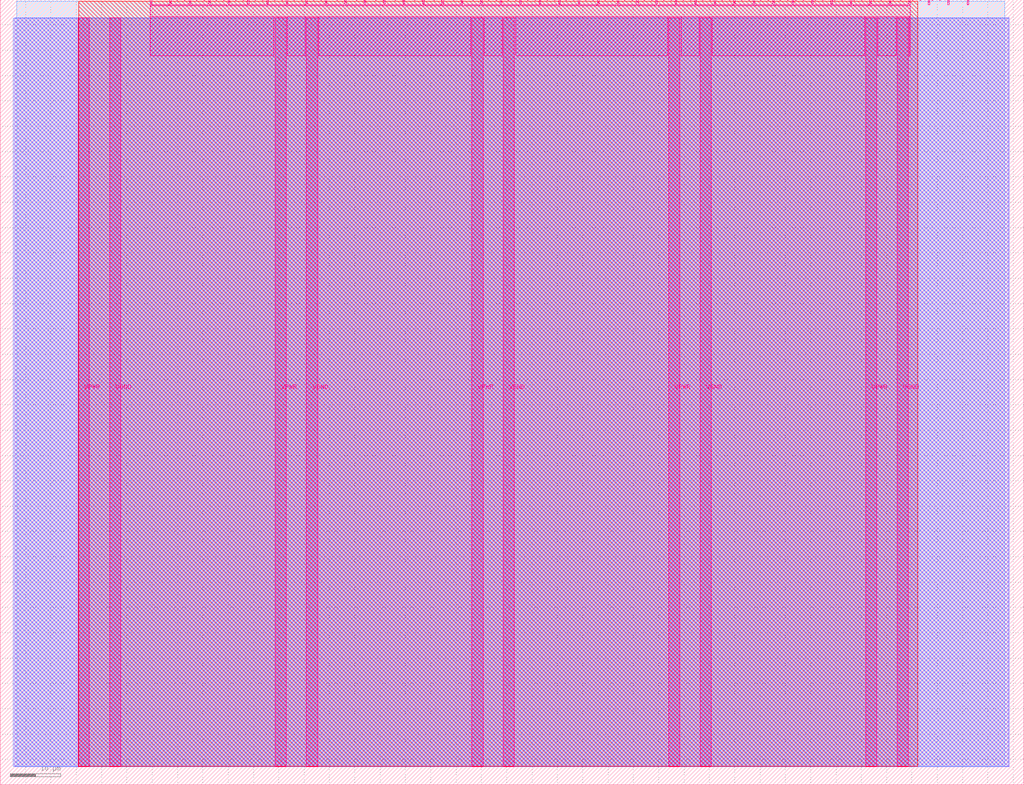
<source format=lef>
VERSION 5.7 ;
  NOWIREEXTENSIONATPIN ON ;
  DIVIDERCHAR "/" ;
  BUSBITCHARS "[]" ;
MACRO tt_um_urish_giant_ringosc
  CLASS BLOCK ;
  FOREIGN tt_um_urish_giant_ringosc ;
  ORIGIN 0.000 0.000 ;
  SIZE 202.080 BY 154.980 ;
  PIN VGND
    DIRECTION INOUT ;
    USE GROUND ;
    PORT
      LAYER Metal5 ;
        RECT 21.580 3.560 23.780 151.420 ;
    END
    PORT
      LAYER Metal5 ;
        RECT 60.450 3.560 62.650 151.420 ;
    END
    PORT
      LAYER Metal5 ;
        RECT 99.320 3.560 101.520 151.420 ;
    END
    PORT
      LAYER Metal5 ;
        RECT 138.190 3.560 140.390 151.420 ;
    END
    PORT
      LAYER Metal5 ;
        RECT 177.060 3.560 179.260 151.420 ;
    END
  END VGND
  PIN VPWR
    DIRECTION INOUT ;
    USE POWER ;
    PORT
      LAYER Metal5 ;
        RECT 15.380 3.560 17.580 151.420 ;
    END
    PORT
      LAYER Metal5 ;
        RECT 54.250 3.560 56.450 151.420 ;
    END
    PORT
      LAYER Metal5 ;
        RECT 93.120 3.560 95.320 151.420 ;
    END
    PORT
      LAYER Metal5 ;
        RECT 131.990 3.560 134.190 151.420 ;
    END
    PORT
      LAYER Metal5 ;
        RECT 170.860 3.560 173.060 151.420 ;
    END
  END VPWR
  PIN clk
    DIRECTION INPUT ;
    USE SIGNAL ;
    PORT
      LAYER Metal5 ;
        RECT 187.050 153.980 187.350 154.980 ;
    END
  END clk
  PIN ena
    DIRECTION INPUT ;
    USE SIGNAL ;
    PORT
      LAYER Metal5 ;
        RECT 190.890 153.980 191.190 154.980 ;
    END
  END ena
  PIN rst_n
    DIRECTION INPUT ;
    USE SIGNAL ;
    PORT
      LAYER Metal5 ;
        RECT 183.210 153.980 183.510 154.980 ;
    END
  END rst_n
  PIN ui_in[0]
    DIRECTION INPUT ;
    USE SIGNAL ;
    ANTENNAGATEAREA 0.180700 ;
    PORT
      LAYER Metal5 ;
        RECT 179.370 153.980 179.670 154.980 ;
    END
  END ui_in[0]
  PIN ui_in[1]
    DIRECTION INPUT ;
    USE SIGNAL ;
    ANTENNAGATEAREA 0.180700 ;
    PORT
      LAYER Metal5 ;
        RECT 175.530 153.980 175.830 154.980 ;
    END
  END ui_in[1]
  PIN ui_in[2]
    DIRECTION INPUT ;
    USE SIGNAL ;
    PORT
      LAYER Metal5 ;
        RECT 171.690 153.980 171.990 154.980 ;
    END
  END ui_in[2]
  PIN ui_in[3]
    DIRECTION INPUT ;
    USE SIGNAL ;
    PORT
      LAYER Metal5 ;
        RECT 167.850 153.980 168.150 154.980 ;
    END
  END ui_in[3]
  PIN ui_in[4]
    DIRECTION INPUT ;
    USE SIGNAL ;
    PORT
      LAYER Metal5 ;
        RECT 164.010 153.980 164.310 154.980 ;
    END
  END ui_in[4]
  PIN ui_in[5]
    DIRECTION INPUT ;
    USE SIGNAL ;
    PORT
      LAYER Metal5 ;
        RECT 160.170 153.980 160.470 154.980 ;
    END
  END ui_in[5]
  PIN ui_in[6]
    DIRECTION INPUT ;
    USE SIGNAL ;
    PORT
      LAYER Metal5 ;
        RECT 156.330 153.980 156.630 154.980 ;
    END
  END ui_in[6]
  PIN ui_in[7]
    DIRECTION INPUT ;
    USE SIGNAL ;
    PORT
      LAYER Metal5 ;
        RECT 152.490 153.980 152.790 154.980 ;
    END
  END ui_in[7]
  PIN uio_in[0]
    DIRECTION INPUT ;
    USE SIGNAL ;
    PORT
      LAYER Metal5 ;
        RECT 148.650 153.980 148.950 154.980 ;
    END
  END uio_in[0]
  PIN uio_in[1]
    DIRECTION INPUT ;
    USE SIGNAL ;
    PORT
      LAYER Metal5 ;
        RECT 144.810 153.980 145.110 154.980 ;
    END
  END uio_in[1]
  PIN uio_in[2]
    DIRECTION INPUT ;
    USE SIGNAL ;
    PORT
      LAYER Metal5 ;
        RECT 140.970 153.980 141.270 154.980 ;
    END
  END uio_in[2]
  PIN uio_in[3]
    DIRECTION INPUT ;
    USE SIGNAL ;
    PORT
      LAYER Metal5 ;
        RECT 137.130 153.980 137.430 154.980 ;
    END
  END uio_in[3]
  PIN uio_in[4]
    DIRECTION INPUT ;
    USE SIGNAL ;
    PORT
      LAYER Metal5 ;
        RECT 133.290 153.980 133.590 154.980 ;
    END
  END uio_in[4]
  PIN uio_in[5]
    DIRECTION INPUT ;
    USE SIGNAL ;
    PORT
      LAYER Metal5 ;
        RECT 129.450 153.980 129.750 154.980 ;
    END
  END uio_in[5]
  PIN uio_in[6]
    DIRECTION INPUT ;
    USE SIGNAL ;
    PORT
      LAYER Metal5 ;
        RECT 125.610 153.980 125.910 154.980 ;
    END
  END uio_in[6]
  PIN uio_in[7]
    DIRECTION INPUT ;
    USE SIGNAL ;
    PORT
      LAYER Metal5 ;
        RECT 121.770 153.980 122.070 154.980 ;
    END
  END uio_in[7]
  PIN uio_oe[0]
    DIRECTION OUTPUT ;
    USE SIGNAL ;
    ANTENNADIFFAREA 0.392700 ;
    PORT
      LAYER Metal5 ;
        RECT 56.490 153.980 56.790 154.980 ;
    END
  END uio_oe[0]
  PIN uio_oe[1]
    DIRECTION OUTPUT ;
    USE SIGNAL ;
    ANTENNADIFFAREA 0.392700 ;
    PORT
      LAYER Metal5 ;
        RECT 52.650 153.980 52.950 154.980 ;
    END
  END uio_oe[1]
  PIN uio_oe[2]
    DIRECTION OUTPUT ;
    USE SIGNAL ;
    ANTENNADIFFAREA 0.392700 ;
    PORT
      LAYER Metal5 ;
        RECT 48.810 153.980 49.110 154.980 ;
    END
  END uio_oe[2]
  PIN uio_oe[3]
    DIRECTION OUTPUT ;
    USE SIGNAL ;
    ANTENNADIFFAREA 0.392700 ;
    PORT
      LAYER Metal5 ;
        RECT 44.970 153.980 45.270 154.980 ;
    END
  END uio_oe[3]
  PIN uio_oe[4]
    DIRECTION OUTPUT ;
    USE SIGNAL ;
    ANTENNADIFFAREA 0.392700 ;
    PORT
      LAYER Metal5 ;
        RECT 41.130 153.980 41.430 154.980 ;
    END
  END uio_oe[4]
  PIN uio_oe[5]
    DIRECTION OUTPUT ;
    USE SIGNAL ;
    ANTENNADIFFAREA 0.392700 ;
    PORT
      LAYER Metal5 ;
        RECT 37.290 153.980 37.590 154.980 ;
    END
  END uio_oe[5]
  PIN uio_oe[6]
    DIRECTION OUTPUT ;
    USE SIGNAL ;
    ANTENNADIFFAREA 0.392700 ;
    PORT
      LAYER Metal5 ;
        RECT 33.450 153.980 33.750 154.980 ;
    END
  END uio_oe[6]
  PIN uio_oe[7]
    DIRECTION OUTPUT ;
    USE SIGNAL ;
    ANTENNADIFFAREA 0.392700 ;
    PORT
      LAYER Metal5 ;
        RECT 29.610 153.980 29.910 154.980 ;
    END
  END uio_oe[7]
  PIN uio_out[0]
    DIRECTION OUTPUT ;
    USE SIGNAL ;
    ANTENNADIFFAREA 0.654800 ;
    PORT
      LAYER Metal5 ;
        RECT 87.210 153.980 87.510 154.980 ;
    END
  END uio_out[0]
  PIN uio_out[1]
    DIRECTION OUTPUT ;
    USE SIGNAL ;
    ANTENNADIFFAREA 0.654800 ;
    PORT
      LAYER Metal5 ;
        RECT 83.370 153.980 83.670 154.980 ;
    END
  END uio_out[1]
  PIN uio_out[2]
    DIRECTION OUTPUT ;
    USE SIGNAL ;
    ANTENNADIFFAREA 0.654800 ;
    PORT
      LAYER Metal5 ;
        RECT 79.530 153.980 79.830 154.980 ;
    END
  END uio_out[2]
  PIN uio_out[3]
    DIRECTION OUTPUT ;
    USE SIGNAL ;
    ANTENNADIFFAREA 0.654800 ;
    PORT
      LAYER Metal5 ;
        RECT 75.690 153.980 75.990 154.980 ;
    END
  END uio_out[3]
  PIN uio_out[4]
    DIRECTION OUTPUT ;
    USE SIGNAL ;
    ANTENNADIFFAREA 0.654800 ;
    PORT
      LAYER Metal5 ;
        RECT 71.850 153.980 72.150 154.980 ;
    END
  END uio_out[4]
  PIN uio_out[5]
    DIRECTION OUTPUT ;
    USE SIGNAL ;
    ANTENNAGATEAREA 0.226200 ;
    ANTENNADIFFAREA 0.651000 ;
    PORT
      LAYER Metal5 ;
        RECT 68.010 153.980 68.310 154.980 ;
    END
  END uio_out[5]
  PIN uio_out[6]
    DIRECTION OUTPUT ;
    USE SIGNAL ;
    ANTENNADIFFAREA 0.299200 ;
    PORT
      LAYER Metal5 ;
        RECT 64.170 153.980 64.470 154.980 ;
    END
  END uio_out[6]
  PIN uio_out[7]
    DIRECTION OUTPUT ;
    USE SIGNAL ;
    ANTENNADIFFAREA 0.299200 ;
    PORT
      LAYER Metal5 ;
        RECT 60.330 153.980 60.630 154.980 ;
    END
  END uio_out[7]
  PIN uo_out[0]
    DIRECTION OUTPUT ;
    USE SIGNAL ;
    ANTENNADIFFAREA 0.654800 ;
    PORT
      LAYER Metal5 ;
        RECT 117.930 153.980 118.230 154.980 ;
    END
  END uo_out[0]
  PIN uo_out[1]
    DIRECTION OUTPUT ;
    USE SIGNAL ;
    ANTENNADIFFAREA 0.654800 ;
    PORT
      LAYER Metal5 ;
        RECT 114.090 153.980 114.390 154.980 ;
    END
  END uo_out[1]
  PIN uo_out[2]
    DIRECTION OUTPUT ;
    USE SIGNAL ;
    ANTENNADIFFAREA 0.654800 ;
    PORT
      LAYER Metal5 ;
        RECT 110.250 153.980 110.550 154.980 ;
    END
  END uo_out[2]
  PIN uo_out[3]
    DIRECTION OUTPUT ;
    USE SIGNAL ;
    ANTENNADIFFAREA 0.654800 ;
    PORT
      LAYER Metal5 ;
        RECT 106.410 153.980 106.710 154.980 ;
    END
  END uo_out[3]
  PIN uo_out[4]
    DIRECTION OUTPUT ;
    USE SIGNAL ;
    ANTENNADIFFAREA 0.654800 ;
    PORT
      LAYER Metal5 ;
        RECT 102.570 153.980 102.870 154.980 ;
    END
  END uo_out[4]
  PIN uo_out[5]
    DIRECTION OUTPUT ;
    USE SIGNAL ;
    ANTENNADIFFAREA 0.654800 ;
    PORT
      LAYER Metal5 ;
        RECT 98.730 153.980 99.030 154.980 ;
    END
  END uo_out[5]
  PIN uo_out[6]
    DIRECTION OUTPUT ;
    USE SIGNAL ;
    ANTENNADIFFAREA 0.654800 ;
    PORT
      LAYER Metal5 ;
        RECT 94.890 153.980 95.190 154.980 ;
    END
  END uo_out[6]
  PIN uo_out[7]
    DIRECTION OUTPUT ;
    USE SIGNAL ;
    ANTENNADIFFAREA 0.654800 ;
    PORT
      LAYER Metal5 ;
        RECT 91.050 153.980 91.350 154.980 ;
    END
  END uo_out[7]
  OBS
      LAYER GatPoly ;
        RECT 2.880 3.630 199.200 151.350 ;
      LAYER Metal1 ;
        RECT 2.880 3.560 199.200 151.420 ;
      LAYER Metal2 ;
        RECT 2.605 3.680 198.995 151.300 ;
      LAYER Metal3 ;
        RECT 3.260 3.635 198.340 154.705 ;
      LAYER Metal4 ;
        RECT 15.515 3.680 181.105 154.660 ;
      LAYER Metal5 ;
        RECT 30.120 153.770 33.240 153.980 ;
        RECT 33.960 153.770 37.080 153.980 ;
        RECT 37.800 153.770 40.920 153.980 ;
        RECT 41.640 153.770 44.760 153.980 ;
        RECT 45.480 153.770 48.600 153.980 ;
        RECT 49.320 153.770 52.440 153.980 ;
        RECT 53.160 153.770 56.280 153.980 ;
        RECT 57.000 153.770 60.120 153.980 ;
        RECT 60.840 153.770 63.960 153.980 ;
        RECT 64.680 153.770 67.800 153.980 ;
        RECT 68.520 153.770 71.640 153.980 ;
        RECT 72.360 153.770 75.480 153.980 ;
        RECT 76.200 153.770 79.320 153.980 ;
        RECT 80.040 153.770 83.160 153.980 ;
        RECT 83.880 153.770 87.000 153.980 ;
        RECT 87.720 153.770 90.840 153.980 ;
        RECT 91.560 153.770 94.680 153.980 ;
        RECT 95.400 153.770 98.520 153.980 ;
        RECT 99.240 153.770 102.360 153.980 ;
        RECT 103.080 153.770 106.200 153.980 ;
        RECT 106.920 153.770 110.040 153.980 ;
        RECT 110.760 153.770 113.880 153.980 ;
        RECT 114.600 153.770 117.720 153.980 ;
        RECT 118.440 153.770 121.560 153.980 ;
        RECT 122.280 153.770 125.400 153.980 ;
        RECT 126.120 153.770 129.240 153.980 ;
        RECT 129.960 153.770 133.080 153.980 ;
        RECT 133.800 153.770 136.920 153.980 ;
        RECT 137.640 153.770 140.760 153.980 ;
        RECT 141.480 153.770 144.600 153.980 ;
        RECT 145.320 153.770 148.440 153.980 ;
        RECT 149.160 153.770 152.280 153.980 ;
        RECT 153.000 153.770 156.120 153.980 ;
        RECT 156.840 153.770 159.960 153.980 ;
        RECT 160.680 153.770 163.800 153.980 ;
        RECT 164.520 153.770 167.640 153.980 ;
        RECT 168.360 153.770 171.480 153.980 ;
        RECT 172.200 153.770 175.320 153.980 ;
        RECT 176.040 153.770 179.160 153.980 ;
        RECT 29.660 151.630 179.620 153.770 ;
        RECT 29.660 143.915 54.040 151.630 ;
        RECT 56.660 143.915 60.240 151.630 ;
        RECT 62.860 143.915 92.910 151.630 ;
        RECT 95.530 143.915 99.110 151.630 ;
        RECT 101.730 143.915 131.780 151.630 ;
        RECT 134.400 143.915 137.980 151.630 ;
        RECT 140.600 143.915 170.650 151.630 ;
        RECT 173.270 143.915 176.850 151.630 ;
        RECT 179.470 143.915 179.620 151.630 ;
  END
END tt_um_urish_giant_ringosc
END LIBRARY


</source>
